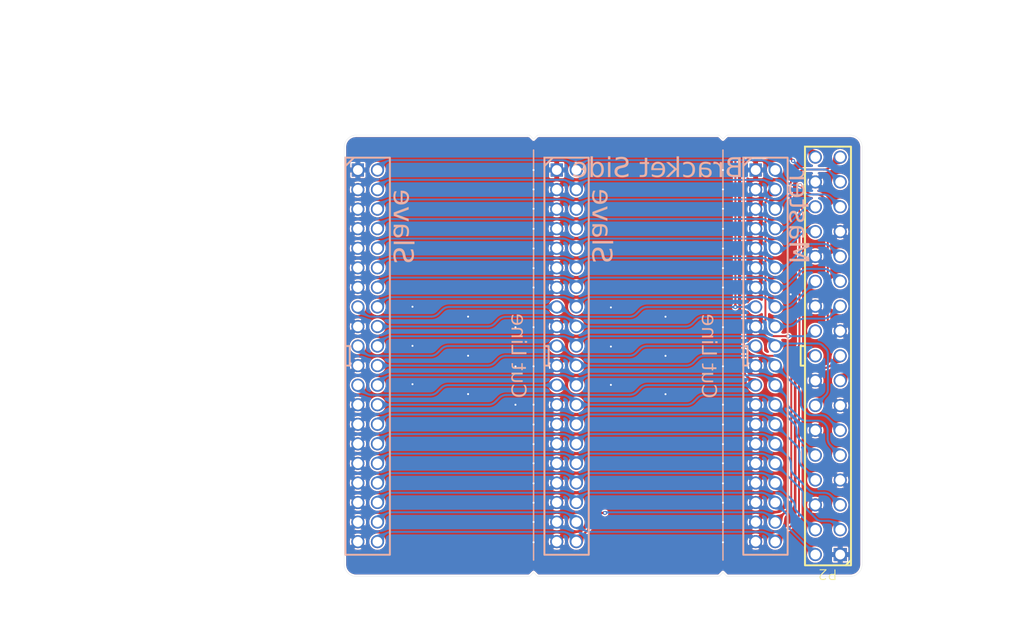
<source format=kicad_pcb>
(kicad_pcb (version 20240108) (generator "pcbnew") (generator_version "8.0")
  (title_block (title "Quantum3D Obsidian2 Adaptive SLI Bridge") (date "2024-11-07") (rev "1.0") (company "Jeff Chen"))
  (layers (0 "F.Cu" signal) (31 "B.Cu" signal) (34 "B.Paste" user) (35 "F.Paste" user) (36 "B.SilkS" user "B.Silkscreen") (37 "F.SilkS" user "F.Silkscreen") (38 "B.Mask" user) (39 "F.Mask" user) (44 "Edge.Cuts" user))
  (net 0 "")
  (net 1 "GND")
  (net 2 "/VD_186")
  (net 3 "/P6")
  (net 4 "/P9")
  (net 5 "/VD_201")
  (net 6 "/P11")
  (net 7 "/P5")
  (net 8 "/P3")
  (net 9 "/VD_214")
  (net 10 "/P13")
  (net 11 "/P1")
  (net 12 "/P0")
  (net 13 "/P15")
  (net 14 "/P14")
  (net 15 "/VD_184")
  (net 16 "/P10")
  (net 17 "/P8")
  (net 18 "/P4")
  (net 19 "/P7")
  (net 20 "/VD_185")
  (net 21 "/VD_VSync")
  (net 22 "/P2")
  (net 23 "/P12")
  (net 24 "/VD_HSync")
  (footprint "Quantum3D Voodoo2:Reference_SLI_Male" (layer "F.Cu") (at 169.31 121.06 -90)
    (property "Reference" "P2")
    (property "Value" "Reference SLI Male")
  )
  (footprint "Quantum3D Voodoo2:Quantum3D_SLI_JP2_Female" (layer "B.Cu") (at 140.35 81.74 -90)
    (property "Reference" "P3" (hide yes))
    (property "Value" "Quantum3D SLI Port 2")
  )
  (footprint "Quantum3D Voodoo2:Quantum3D_SLI_JP2_Female" (layer "B.Cu") (at 160.67 81.74 -90)
    (property "Reference" "P1" (hide yes))
    (property "Value" "Quantum3D SLI Port 1")
  )
  (footprint "Quantum3D Voodoo2:Quantum3D_SLI_JP2_Female" (layer "B.Cu") (at 120.03 81.74 -90)
    (property "Reference" "P4" (hide yes))
    (property "Value" "Quantum3D SLI Port 3")
  )
  (gr_line (start 157.33 79.6975) (end 157.33 121.6225) (stroke (width 0.15)) (layer "B.SilkS"))
  (gr_rect (start 159.407807 99.735541) (end 159.844751 101.735541) (stroke (width 0.2)) (fill none) (layer "B.SilkS"))
  (gr_line (start 137.98 79.6975) (end 137.98 121.6225) (stroke (width 0.15)) (layer "B.SilkS"))
  (gr_rect (start 139.086702 99.739242) (end 139.523646 101.739242) (stroke (width 0.2)) (fill none) (layer "B.SilkS"))
  (gr_rect (start 118.766343 99.739539) (end 119.203912 101.739539) (stroke (width 0.2)) (fill none) (layer "B.SilkS"))
  (gr_rect (start 165.273056 99.74) (end 165.71 101.74) (stroke (width 0.2)) (fill none) (layer "F.SilkS"))
  (gr_line (start 171.55 122.09) (end 171.55 79.38) (stroke (width 0.02)) (layer "Edge.Cuts"))
  (gr_line (start 156.94 78.18) (end 138.37 78.18) (stroke (width 0.02)) (layer "Edge.Cuts"))
  (gr_line (start 119.84 78.18) (end 137.59 78.18) (stroke (width 0.02)) (layer "Edge.Cuts"))
  (gr_line (start 137.98 78.57) (end 138.37 78.18) (stroke (width 0.02)) (layer "Edge.Cuts"))
  (gr_line (start 157.33 78.57) (end 157.72 78.18) (stroke (width 0.02)) (layer "Edge.Cuts"))
  (gr_line (start 137.979972 122.899753) (end 138.369972 123.289753) (stroke (width 0.02)) (layer "Edge.Cuts"))
  (gr_line (start 156.94 123.289753) (end 138.37 123.289753) (stroke (width 0.02)) (layer "Edge.Cuts"))
  (gr_line (start 157.72 78.18) (end 170.35 78.18) (stroke (width 0.02)) (layer "Edge.Cuts"))
  (gr_arc (start 119.839716 123.289716) (mid 118.991344 122.938346) (end 118.64 122.09) (stroke (width 0.02)) (layer "Edge.Cuts"))
  (gr_line (start 157.33 78.57) (end 156.94 78.18) (stroke (width 0.02)) (layer "Edge.Cuts"))
  (gr_arc (start 171.549972 122.090037) (mid 171.198588 122.938369) (end 170.350256 123.289753) (stroke (width 0.02)) (layer "Edge.Cuts"))
  (gr_line (start 157.329972 122.899753) (end 157.719972 123.289753) (stroke (width 0.02)) (layer "Edge.Cuts"))
  (gr_line (start 137.98 78.57) (end 137.590011 78.180011) (stroke (width 0.02)) (layer "Edge.Cuts"))
  (gr_arc (start 118.64 79.379716) (mid 118.991384 78.531384) (end 119.839716 78.18) (stroke (width 0.02)) (layer "Edge.Cuts"))
  (gr_arc (start 170.350284 78.18) (mid 171.198616 78.531384) (end 171.55 79.379716) (stroke (width 0.02)) (layer "Edge.Cuts"))
  (gr_line (start 157.329972 122.899753) (end 156.939972 123.289753) (stroke (width 0.02)) (layer "Edge.Cuts"))
  (gr_line (start 119.839972 123.289753) (end 137.59 123.289753) (stroke (width 0.02)) (layer "Edge.Cuts"))
  (gr_line (start 118.64 122.09) (end 118.64 79.38) (stroke (width 0.02)) (layer "Edge.Cuts"))
  (gr_line (start 157.72 123.289753) (end 170.349972 123.289753) (stroke (width 0.02)) (layer "Edge.Cuts"))
  (gr_line (start 137.979972 122.899753) (end 137.589972 123.289753) (stroke (width 0.02)) (layer "Edge.Cuts"))
  (gr_text "Slave" (at 123.35 91.35 -90) (layer "B.SilkS") (effects (font (size 2 2) (thickness 0.152)) (justify left bottom mirror)))
  (gr_text "Cut Line" (at 154.93 100.76 270) (layer "B.SilkS") (effects (font (size 1.5 1.5) (thickness 0.152)) (justify bottom mirror)))
  (gr_text "Bracket Side" (at 150.62 82.8 0) (layer "B.SilkS") (effects (font (size 2 2) (thickness 0.152)) (justify bottom mirror)))
  (gr_text "Cut Line" (at 135.47 100.73 270) (layer "B.SilkS") (effects (font (size 1.5 1.5) (thickness 0.152)) (justify bottom mirror)))
  (gr_text "Slave" (at 143.65 91.29 -90) (layer "B.SilkS") (effects (font (size 2 2) (thickness 0.152)) (justify left bottom mirror)))
  (gr_text "Master" (at 163.77 91.35 -90) (layer "B.SilkS") (effects (font (size 2 2) (thickness 0.152)) (justify left bottom mirror)))
  (via (at 137.98 81.74) (size 0.4) (drill 0.2) (layers "F.Cu" "B.Cu") (net 1))
  (via (at 157.33 111.73) (size 0.4) (drill 0.2) (layers "F.Cu" "B.Cu") (net 1))
  (via (at 137.98 91.77) (size 0.4) (drill 0.2) (layers "F.Cu" "B.Cu") (net 1))
  (via (at 157.33 81.74) (size 0.4) (drill 0.2) (layers "F.Cu" "B.Cu") (net 1))
  (via (at 136.13 105.74) (size 0.4) (drill 0.2) (layers "F.Cu" "B.Cu") (net 1))
  (via (at 145.88 95.79) (size 0.4) (drill 0.2) (layers "F.Cu" "B.Cu") (net 1))
  (via (at 157.33 113.78) (size 0.4) (drill 0.2) (layers "F.Cu" "B.Cu") (net 1))
  (via (at 125.61 99.72) (size 0.4) (drill 0.2) (layers "F.Cu" "B.Cu") (net 1))
  (via (at 157.33 119.8) (size 0.4) (drill 0.2) (layers "F.Cu" "B.Cu") (net 1))
  (via (at 137.98 111.73) (size 0.4) (drill 0.2) (layers "F.Cu" "B.Cu") (net 1))
  (via (at 145.88 99.79) (size 0.4) (drill 0.2) (layers "F.Cu" "B.Cu") (net 1))
  (via (at 131.29 104.65) (size 0.4) (drill 0.2) (layers "F.Cu" "B.Cu") (net 1))
  (via (at 137.98 87.75) (size 0.4) (drill 0.2) (layers "F.Cu" "B.Cu") (net 1))
  (via (at 131.29 100.73) (size 0.4) (drill 0.2) (layers "F.Cu" "B.Cu") (net 1))
  (via (at 137.98 119.8) (size 0.4) (drill 0.2) (layers "F.Cu" "B.Cu") (net 1))
  (via (at 137.98 115.76) (size 0.4) (drill 0.2) (layers "F.Cu" "B.Cu") (net 1))
  (via (at 125.61 103.64) (size 0.4) (drill 0.2) (layers "F.Cu" "B.Cu") (net 1))
  (via (at 157.33 97.81) (size 0.4) (drill 0.2) (layers "F.Cu" "B.Cu") (net 1))
  (via (at 157.33 83.72) (size 0.4) (drill 0.2) (layers "F.Cu" "B.Cu") (net 1))
  (via (at 131.29 96.73) (size 0.4) (drill 0.2) (layers "F.Cu" "B.Cu") (net 1))
  (via (at 157.33 93.75) (size 0.4) (drill 0.2) (layers "F.Cu" "B.Cu") (net 1))
  (via (at 137.98 117.73) (size 0.4) (drill 0.2) (layers "F.Cu" "B.Cu") (net 1))
  (via (at 157.33 87.75) (size 0.4) (drill 0.2) (layers "F.Cu" "B.Cu") (net 1))
  (via (at 125.61 95.72) (size 0.4) (drill 0.2) (layers "F.Cu" "B.Cu") (net 1))
  (via (at 151.46 100.74) (size 0.4) (drill 0.2) (layers "F.Cu" "B.Cu") (net 1))
  (via (at 151.46 96.74) (size 0.4) (drill 0.2) (layers "F.Cu" "B.Cu") (net 1))
  (via (at 157.33 109.77) (size 0.4) (drill 0.2) (layers "F.Cu" "B.Cu") (net 1))
  (via (at 137.98 93.75) (size 0.4) (drill 0.2) (layers "F.Cu" "B.Cu") (net 1))
  (via (at 157.33 105.73) (size 0.4) (drill 0.2) (layers "F.Cu" "B.Cu") (net 1))
  (via (at 145.88 103.71) (size 0.4) (drill 0.2) (layers "F.Cu" "B.Cu") (net 1))
  (via (at 157.33 101.81) (size 0.4) (drill 0.2) (layers "F.Cu" "B.Cu") (net 1))
  (via (at 136.13 101.82) (size 0.4) (drill 0.2) (layers "F.Cu" "B.Cu") (net 1))
  (via (at 157.33 107.76) (size 0.4) (drill 0.2) (layers "F.Cu" "B.Cu") (net 1))
  (via (at 151.46 104.66) (size 0.4) (drill 0.2) (layers "F.Cu" "B.Cu") (net 1))
  (via (at 157.33 85.7) (size 0.4) (drill 0.2) (layers "F.Cu" "B.Cu") (net 1))
  (via (at 137.98 105.73) (size 0.4) (drill 0.2) (layers "F.Cu" "B.Cu") (net 1))
  (via (at 137.98 97.81) (size 0.4) (drill 0.2) (layers "F.Cu" "B.Cu") (net 1))
  (via (at 157.33 89.76) (size 0.4) (drill 0.2) (layers "F.Cu" "B.Cu") (net 1))
  (via (at 137.98 101.81) (size 0.4) (drill 0.2) (layers "F.Cu" "B.Cu") (net 1))
  (via (at 137.98 113.78) (size 0.4) (drill 0.2) (layers "F.Cu" "B.Cu") (net 1))
  (via (at 137.98 85.7) (size 0.4) (drill 0.2) (layers "F.Cu" "B.Cu") (net 1))
  (via (at 137.98 83.72) (size 0.4) (drill 0.2) (layers "F.Cu" "B.Cu") (net 1))
  (via (at 136.13 97.82) (size 0.4) (drill 0.2) (layers "F.Cu" "B.Cu") (net 1))
  (via (at 157.33 117.73) (size 0.4) (drill 0.2) (layers "F.Cu" "B.Cu") (net 1))
  (via (at 157.33 91.77) (size 0.4) (drill 0.2) (layers "F.Cu" "B.Cu") (net 1))
  (via (at 137.98 107.76) (size 0.4) (drill 0.2) (layers "F.Cu" "B.Cu") (net 1))
  (via (at 137.98 109.77) (size 0.4) (drill 0.2) (layers "F.Cu" "B.Cu") (net 1))
  (via (at 157.33 115.76) (size 0.4) (drill 0.2) (layers "F.Cu" "B.Cu") (net 1))
  (via (at 137.98 89.76) (size 0.4) (drill 0.2) (layers "F.Cu" "B.Cu") (net 1))
  (via (at 164.25 94.45) (size 0.4) (drill 0.2) (layers "F.Cu" "B.Cu") (net 1))
  (segment (start 164.017107 116.392893) (end 162.67 117.74) (width 0.2) (layer "F.Cu") (net 2))
  (segment (start 164.31 102.324214) (end 164.31 115.685786) (width 0.2) (layer "F.Cu") (net 2))
  (segment (start 165.187107 101.032893) (end 164.602893 101.617107) (width 0.2) (layer "F.Cu") (net 2))
  (segment (start 145.27 116.805) (end 145.27 116.82) (width 0.2) (layer "F.Cu") (net 2))
  (segment (start 166.77 100.74) (end 165.894214 100.74) (width 0.2) (layer "F.Cu") (net 2))
  (segment (start 143.97967 117.28033) (end 144.23533 117.02467) (width 0.2) (layer "F.Cu") (net 2))
  (segment (start 143.76 118.01934) (end 143.76 117.81066) (width 0.2) (layer "F.Cu") (net 2))
  (segment (start 142.35 119.74) (end 143.54033 118.54967) (width 0.2) (layer "F.Cu") (net 2))
  (segment (start 144.76566 116.805) (end 145.27 116.805) (width 0.2) (layer "F.Cu") (net 2))
  (via (at 145.27 116.805) (size 0.4) (drill 0.2) (layers "F.Cu" "B.Cu") (net 2))
  (arc (start 165.187107 101.032893) (mid 165.51153 100.81612) (end 165.894214 100.74) (width 0.2) (layer "F.Cu") (net 2))
  (arc (start 143.97967 117.28033) (mid 143.81709 117.523647) (end 143.76 117.81066) (width 0.2) (layer "F.Cu") (net 2))
  (arc (start 143.54033 118.54967) (mid 143.70291 118.306353) (end 143.76 118.01934) (width 0.2) (layer "F.Cu") (net 2))
  (arc (start 144.76566 116.805) (mid 144.478647 116.86209) (end 144.23533 117.02467) (width 0.2) (layer "F.Cu") (net 2))
  (arc (start 164.017107 116.392893) (mid 164.23388 116.06847) (end 164.31 115.685786) (width 0.2) (layer "F.Cu") (net 2))
  (arc (start 164.31 102.324214) (mid 164.38612 101.941531) (end 164.602893 101.617107) (width 0.2) (layer "F.Cu") (net 2))
  (segment (start 123.444214 118.74) (end 140.935786 118.74) (width 0.2) (layer "B.Cu") (net 2))
  (segment (start 141.642893 119.032893) (end 142.35 119.74) (width 0.2) (layer "B.Cu") (net 2))
  (segment (start 145.335 116.74) (end 161.255786 116.74) (width 0.2) (layer "B.Cu") (net 2))
  (segment (start 122.03 119.74) (end 122.737107 119.032893) (width 0.2) (layer "B.Cu") (net 2))
  (segment (start 145.27 116.805) (end 145.335 116.74) (width 0.2) (layer "B.Cu") (net 2))
  (segment (start 161.962893 117.032893) (end 162.67 117.74) (width 0.2) (layer "B.Cu") (net 2))
  (arc (start 140.935786 118.74) (mid 141.318469 118.81612) (end 141.642893 119.032893) (width 0.2) (layer "B.Cu") (net 2))
  (arc (start 161.255786 116.74) (mid 161.638469 116.81612) (end 161.962893 117.032893) (width 0.2) (layer "B.Cu") (net 2))
  (arc (start 123.444214 118.74) (mid 123.061531 118.81612) (end 122.737107 119.032893) (width 0.2) (layer "B.Cu") (net 2))
  (segment (start 141.642893 97.032893) (end 142.35 97.74) (width 0.2) (layer "B.Cu") (net 3))
  (segment (start 154.222893 97.447107) (end 154.637107 97.032893) (width 0.2) (layer "B.Cu") (net 3))
  (segment (start 164.732893 97.447107) (end 164.957107 97.222893) (width 0.2) (layer "B.Cu") (net 3))
  (segment (start 122.03 97.74) (end 133.295786 97.74) (width 0.2) (layer "B.Cu") (net 3))
  (segment (start 168.332893 96.637107) (end 169.31 95.66) (width 0.2) (layer "B.Cu") (net 3))
  (segment (start 161.962893 97.032893) (end 162.67 97.74) (width 0.2) (layer "B.Cu") (net 3))
  (segment (start 165.664214 96.93) (end 167.625786 96.93) (width 0.2) (layer "B.Cu") (net 3))
  (segment (start 155.344214 96.74) (end 161.255786 96.74) (width 0.2) (layer "B.Cu") (net 3))
  (segment (start 134.002893 97.447107) (end 134.417107 97.032893) (width 0.2) (layer "B.Cu") (net 3))
  (segment (start 142.35 97.74) (end 153.515786 97.74) (width 0.2) (layer "B.Cu") (net 3))
  (segment (start 162.67 97.74) (end 164.025786 97.74) (width 0.2) (layer "B.Cu") (net 3))
  (segment (start 135.124214 96.74) (end 140.935786 96.74) (width 0.2) (layer "B.Cu") (net 3))
  (arc (start 161.962893 97.032893) (mid 161.63847 96.81612) (end 161.255786 96.74) (width 0.2) (layer "B.Cu") (net 3))
  (arc (start 134.417107 97.032893) (mid 134.74153 96.81612) (end 135.124214 96.74) (width 0.2) (layer "B.Cu") (net 3))
  (arc (start 141.642893 97.032893) (mid 141.31847 96.81612) (end 140.935786 96.74) (width 0.2) (layer "B.Cu") (net 3))
  (arc (start 154.637107 97.032893) (mid 154.96153 96.81612) (end 155.344214 96.74) (width 0.2) (layer "B.Cu") (net 3))
  (arc (start 164.732893 97.447107) (mid 164.40847 97.66388) (end 164.025786 97.74) (width 0.2) (layer "B.Cu") (net 3))
  (arc (start 168.332893 96.637107) (mid 168.00847 96.85388) (end 167.625786 96.93) (width 0.2) (layer "B.Cu") (net 3))
  (arc (start 164.957107 97.222893) (mid 165.28153 97.00612) (end 165.664214 96.93) (width 0.2) (layer "B.Cu") (net 3))
  (arc (start 133.295786 97.74) (mid 133.678469 97.66388) (end 134.002893 97.447107) (width 0.2) (layer "B.Cu") (net 3))
  (arc (start 154.222893 97.447107) (mid 153.89847 97.66388) (end 153.515786 97.74) (width 0.2) (layer "B.Cu") (net 3))
  (segment (start 168.03 108.404214) (end 168.03 109.205786) (width 0.2) (layer "B.Cu") (net 4))
  (segment (start 141.642893 103.032893) (end 142.35 103.74) (width 0.2) (layer "B.Cu") (net 4))
  (segment (start 167.702893 107.662893) (end 167.737107 107.697107) (width 0.2) (layer "B.Cu") (net 4))
  (segment (start 122.03 103.74) (end 122.737107 103.032893) (width 0.2) (layer "B.Cu") (net 4))
  (segment (start 165.874214 107.37) (end 166.995786 107.37) (width 0.2) (layer "B.Cu") (net 4))
  (segment (start 168.322893 109.912893) (end 169.31 110.9) (width 0.2) (layer "B.Cu") (net 4))
  (segment (start 143.764214 102.74) (end 161.255786 102.74) (width 0.2) (layer "B.Cu") (net 4))
  (segment (start 162.67 103.74) (end 163.587107 104.657107) (width 0.2) (layer "B.Cu") (net 4))
  (segment (start 164.172893 106.082893) (end 165.167107 107.077107) (width 0.2) (layer "B.Cu") (net 4))
  (segment (start 163.88 105.364214) (end 163.88 105.375786) (width 0.2) (layer "B.Cu") (net 4))
  (segment (start 142.35 103.74) (end 143.057107 103.032893) (width 0.2) (layer "B.Cu") (net 4))
  (segment (start 161.962893 103.032893) (end 162.67 103.74) (width 0.2) (layer "B.Cu") (net 4))
  (segment (start 123.444214 102.74) (end 140.935786 102.74) (width 0.2) (layer "B.Cu") (net 4))
  (arc (start 164.172893 106.082893) (mid 163.95612 105.75847) (end 163.88 105.375786) (width 0.2) (layer "B.Cu") (net 4))
  (arc (start 143.764214 102.74) (mid 143.381531 102.81612) (end 143.057107 103.032893) (width 0.2) (layer "B.Cu") (net 4))
  (arc (start 168.03 108.404214) (mid 167.95388 108.021531) (end 167.737107 107.697107) (width 0.2) (layer "B.Cu") (net 4))
  (arc (start 141.642893 103.032893) (mid 141.31847 102.81612) (end 140.935786 102.74) (width 0.2) (layer "B.Cu") (net 4))
  (arc (start 167.702893 107.662893) (mid 167.37847 107.44612) (end 166.995786 107.37) (width 0.2) (layer "B.Cu") (net 4))
  (arc (start 165.874214 107.37) (mid 165.491531 107.29388) (end 165.167107 107.077107) (width 0.2) (layer "B.Cu") (net 4))
  (arc (start 122.737107 103.032893) (mid 123.06153 102.81612) (end 123.444214 102.74) (width 0.2) (layer "B.Cu") (net 4))
  (arc (start 168.03 109.205786) (mid 168.10612 109.588469) (end 168.322893 109.912893) (width 0.2) (layer "B.Cu") (net 4))
  (arc (start 161.255786 102.74) (mid 161.638469 102.81612) (end 161.962893 103.032893) (width 0.2) (layer "B.Cu") (net 4))
  (arc (start 163.587107 104.657107) (mid 163.80388 104.98153) (end 163.88 105.364214) (width 0.2) (layer "B.Cu") (net 4))
  (segment (start 169.535786 99.48) (end 169.214214 99.48) (width 0.2) (layer "F.Cu") (net 5))
  (segment (start 168.507107 99.187107) (end 168.332893 99.012893) (width 0.2) (layer "F.Cu") (net 5))
  (segment (start 166.895786 84.24) (end 166.574214 84.24) (width 0.2) (layer "F.Cu") (net 5))
  (segment (start 167.747107 84.677107) (end 167.602893 84.532893) (width 0.2) (layer "F.Cu") (net 5))
  (segment (start 165.867107 83.947107) (end 165.21 83.29) (width 0.2) (layer "F.Cu") (net 5))
  (segment (start 169.31 103.28) (end 170.367107 102.222893) (width 0.2) (layer "F.Cu") (net 5))
  (segment (start 170.367107 99.897107) (end 170.242893 99.772893) (width 0.2) (layer "F.Cu") (net 5))
  (segment (start 170.66 101.515786) (end 170.66 100.604214) (width 0.2) (layer "F.Cu") (net 5))
  (segment (start 168.04 98.305786) (end 168.04 85.384214) (width 0.2) (layer "F.Cu") (net 5))
  (via (at 165.21 83.29) (size 0.4) (drill 0.2) (layers "F.Cu" "B.Cu") (net 5))
  (arc (start 167.602893 84.532893) (mid 167.27847 84.31612) (end 166.895786 84.24) (width 0.2) (layer "F.Cu") (net 5))
  (arc (start 166.574214 84.24) (mid 166.191531 84.16388) (end 165.867107 83.947107) (width 0.2) (layer "F.Cu") (net 5))
  (arc (start 167.747107 84.677107) (mid 167.96388 85.00153) (end 168.04 85.384214) (width 0.2) (layer "F.Cu") (net 5))
  (arc (start 168.507107 99.187107) (mid 168.83153 99.40388) (end 169.214214 99.48) (width 0.2) (layer "F.Cu") (net 5))
  (arc (start 170.367107 99.897107) (mid 170.58388 100.22153) (end 170.66 100.604214) (width 0.2) (layer "F.Cu") (net 5))
  (arc (start 168.04 98.305786) (mid 168.11612 98.688469) (end 168.332893 99.012893) (width 0.2) (layer "F.Cu") (net 5))
  (arc (start 169.535786 99.48) (mid 169.918469 99.55612) (end 170.242893 99.772893) (width 0.2) (layer "F.Cu") (net 5))
  (arc (start 170.367107 102.222893) (mid 170.58388 101.89847) (end 170.66 101.515786) (width 0.2) (layer "F.Cu") (net 5))
  (segment (start 161.952893 81.022893) (end 162.67 81.74) (width 0.2) (layer "B.Cu") (net 5))
  (segment (start 143.774214 80.73) (end 161.245786 80.73) (width 0.2) (layer "B.Cu") (net 5))
  (segment (start 163.927107 82.997107) (end 162.67 81.74) (width 0.2) (layer "B.Cu") (net 5))
  (segment (start 123.454214 80.73) (end 140.925786 80.73) (width 0.2) (layer "B.Cu") (net 5))
  (segment (start 141.632893 81.022893) (end 142.35 81.74) (width 0.2) (layer "B.Cu") (net 5))
  (segment (start 165.21 83.29) (end 164.634214 83.29) (width 0.2) (layer "B.Cu") (net 5))
  (segment (start 142.35 81.74) (end 143.067107 81.022893) (width 0.2) (layer "B.Cu") (net 5))
  (segment (start 122.03 81.74) (end 122.747107 81.022893) (width 0.2) (layer "B.Cu") (net 5))
  (arc (start 163.927107 82.997107) (mid 164.25153 83.21388) (end 164.634214 83.29) (width 0.2) (layer "B.Cu") (net 5))
  (arc (start 143.774214 80.73) (mid 143.391531 80.80612) (end 143.067107 81.022893) (width 0.2) (layer "B.Cu") (net 5))
  (arc (start 123.454214 80.73) (mid 123.071531 80.80612) (end 122.747107 81.022893) (width 0.2) (layer "B.Cu") (net 5))
  (arc (start 161.952893 81.022893) (mid 161.62847 80.80612) (end 161.245786 80.73) (width 0.2) (layer "B.Cu") (net 5))
  (arc (start 141.632893 81.022893) (mid 141.30847 80.80612) (end 140.925786 80.73) (width 0.2) (layer "B.Cu") (net 5))
  (segment (start 143.764214 106.74) (end 161.255786 106.74) (width 0.2) (layer "B.Cu") (net 6))
  (segment (start 165.432893 112.102893) (end 166.77 113.44) (width 0.2) (layer "B.Cu") (net 6))
  (segment (start 165.14 110.624214) (end 165.14 111.395786) (width 0.2) (layer "B.Cu") (net 6))
  (segment (start 161.962893 107.032893) (end 162.67 107.74) (width 0.2) (layer "B.Cu") (net 6))
  (segment (start 141.642893 107.032893) (end 142.35 107.74) (width 0.2) (layer "B.Cu") (net 6))
  (segment (start 123.444214 106.74) (end 140.935786 106.74) (width 0.2) (layer "B.Cu") (net 6))
  (segment (start 122.03 107.74) (end 122.737107 107.032893) (width 0.2) (layer "B.Cu") (net 6))
  (segment (start 162.67 107.74) (end 164.847107 109.917107) (width 0.2) (layer "B.Cu") (net 6))
  (segment (start 142.35 107.74) (end 143.057107 107.032893) (width 0.2) (layer "B.Cu") (net 6))
  (arc (start 165.14 111.395786) (mid 165.21612 111.778469) (end 165.432893 112.102893) (width 0.2) (layer "B.Cu") (net 6))
  (arc (start 141.642893 107.032893) (mid 141.31847 106.81612) (end 140.935786 106.74) (width 0.2) (layer "B.Cu") (net 6))
  (arc (start 161.255786 106.74) (mid 161.638469 106.81612) (end 161.962893 107.032893) (width 0.2) (layer "B.Cu") (net 6))
  (arc (start 122.737107 107.032893) (mid 123.06153 106.81612) (end 123.444214 106.74) (width 0.2) (layer "B.Cu") (net 6))
  (arc (start 143.057107 107.032893) (mid 143.38153 106.81612) (end 143.764214 106.74) (width 0.2) (layer "B.Cu") (net 6))
  (arc (start 164.847107 109.917107) (mid 165.06388 110.24153) (end 165.14 110.624214) (width 0.2) (layer "B.Cu") (net 6))
  (segment (start 164.442893 95.447107) (end 166.77 93.12) (width 0.2) (layer "B.Cu") (net 7))
  (segment (start 122.03 95.74) (end 122.737107 95.032893) (width 0.2) (layer "B.Cu") (net 7))
  (segment (start 123.444214 94.74) (end 140.935786 94.74) (width 0.2) (layer "B.Cu") (net 7))
  (segment (start 162.67 95.74) (end 163.735786 95.74) (width 0.2) (layer "B.Cu") (net 7))
  (segment (start 143.764214 94.74) (end 161.255786 94.74) (width 0.2) (layer "B.Cu") (net 7))
  (segment (start 161.962893 95.032893) (end 162.67 95.74) (width 0.2) (layer "B.Cu") (net 7))
  (segment (start 141.642893 95.032893) (end 142.35 95.74) (width 0.2) (layer "B.Cu") (net 7))
  (segment (start 142.35 95.74) (end 143.057107 95.032893) (width 0.2) (layer "B.Cu") (net 7))
  (arc (start 164.442893 95.447107) (mid 164.11847 95.66388) (end 163.735786 95.74) (width 0.2) (layer "B.Cu") (net 7))
  (arc (start 143.764214 94.74) (mid 143.381531 94.81612) (end 143.057107 95.032893) (width 0.2) (layer "B.Cu") (net 7))
  (arc (start 161.255786 94.74) (mid 161.638469 94.81612) (end 161.962893 95.032893) (width 0.2) (layer "B.Cu") (net 7))
  (arc (start 122.737107 95.032893) (mid 123.06153 94.81612) (end 123.444214 94.74) (width 0.2) (layer "B.Cu") (net 7))
  (arc (start 140.935786 94.74) (mid 141.318469 94.81612) (end 141.642893 95.032893) (width 0.2) (layer "B.Cu") (net 7))
  (segment (start 123.444214 90.74) (end 140.935786 90.74) (width 0.2) (layer "B.Cu") (net 8))
  (segment (start 168.332893 89.602893) (end 169.31 90.58) (width 0.2) (layer "B.Cu") (net 8))
  (segment (start 163.822893 91.447107) (end 165.667107 89.602893) (width 0.2) (layer "B.Cu") (net 8))
  (segment (start 166.374214 89.31) (end 167.625786 89.31) (width 0.2) (layer "B.Cu") (net 8))
  (segment (start 162.67 91.74) (end 163.115786 91.74) (width 0.2) (layer "B.Cu") (net 8))
  (segment (start 141.642893 91.032893) (end 142.35 91.74) (width 0.2) (layer "B.Cu") (net 8))
  (segment (start 142.35 91.74) (end 143.057107 91.032893) (width 0.2) (layer "B.Cu") (net 8))
  (segment (start 161.962893 91.032893) (end 162.67 91.74) (width 0.2) (layer "B.Cu") (net 8))
  (segment (start 143.764214 90.74) (end 161.255786 90.74) (width 0.2) (layer "B.Cu") (net 8))
  (segment (start 122.03 91.74) (end 122.737107 91.032893) (width 0.2) (layer "B.Cu") (net 8))
  (arc (start 140.935786 90.74) (mid 141.318469 90.81612) (end 141.642893 91.032893) (width 0.2) (layer "B.Cu") (net 8))
  (arc (start 163.115786 91.74) (mid 163.498469 91.66388) (end 163.822893 91.447107) (width 0.2) (layer "B.Cu") (net 8))
  (arc (start 123.444214 90.74) (mid 123.061531 90.81612) (end 122.737107 91.032893) (width 0.2) (layer "B.Cu") (net 8))
  (arc (start 166.374214 89.31) (mid 165.991531 89.38612) (end 165.667107 89.602893) (width 0.2) (layer "B.Cu") (net 8))
  (arc (start 161.962893 91.032893) (mid 161.63847 90.81612) (end 161.255786 90.74) (width 0.2) (layer "B.Cu") (net 8))
  (arc (start 143.057107 91.032893) (mid 143.38153 90.81612) (end 143.764214 90.74) (width 0.2) (layer "B.Cu") (net 8))
  (arc (start 168.332893 89.602893) (mid 168.00847 89.38612) (end 167.625786 89.31) (width 0.2) (layer "B.Cu") (net 8))
  (segment (start 161.917107 98.437107) (end 161.88967 98.40967) (width 0.2) (layer "F.Cu") (net 9))
  (segment (start 161.67 97.87934) (end 161.67 85.154214) (width 0.2) (layer "F.Cu") (net 9))
  (segment (start 161.962893 84.447107) (end 162.67 83.74) (width 0.2) (layer "F.Cu") (net 9))
  (segment (start 164.01 98.73) (end 162.624214 98.73) (width 0.2) (layer "F.Cu") (net 9))
  (via (at 164.01 98.73) (size 0.4) (drill 0.2) (layers "F.Cu" "B.Cu") (net 9))
  (arc (start 162.624214 98.73) (mid 162.241531 98.65388) (end 161.917107 98.437107) (width 0.2) (layer "F.Cu") (net 9))
  (arc (start 161.67 85.154214) (mid 161.74612 84.771531) (end 161.962893 84.447107) (width 0.2) (layer "F.Cu") (net 9))
  (arc (start 161.88967 98.40967) (mid 161.72709 98.166353) (end 161.67 97.87934) (width 0.2) (layer "F.Cu") (net 9))
  (segment (start 166.532893 98.437107) (end 166.77 98.2) (width 0.2) (layer "B.Cu") (net 9))
  (segment (start 123.444214 82.74) (end 140.935786 82.74) (width 0.2) (layer "B.Cu") (net 9))
  (segment (start 143.764214 82.74) (end 161.255786 82.74) (width 0.2) (layer "B.Cu") (net 9))
  (segment (start 161.962893 83.032893) (end 162.67 83.74) (width 0.2) (layer "B.Cu") (net 9))
  (segment (start 141.642893 83.032893) (end 142.35 83.74) (width 0.2) (layer "B.Cu") (net 9))
  (segment (start 122.03 83.74) (end 122.737107 83.032893) (width 0.2) (layer "B.Cu") (net 9))
  (segment (start 142.35 83.74) (end 143.057107 83.032893) (width 0.2) (layer "B.Cu") (net 9))
  (segment (start 164.01 98.73) (end 165.825786 98.73) (width 0.2) (layer "B.Cu") (net 9))
  (arc (start 161.255786 82.74) (mid 161.638469 82.81612) (end 161.962893 83.032893) (width 0.2) (layer "B.Cu") (net 9))
  (arc (start 165.825786 98.73) (mid 166.208469 98.65388) (end 166.532893 98.437107) (width 0.2) (layer "B.Cu") (net 9))
  (arc (start 140.935786 82.74) (mid 141.318469 82.81612) (end 141.642893 83.032893) (width 0.2) (layer "B.Cu") (net 9))
  (arc (start 143.057107 83.032893) (mid 143.38153 82.81612) (end 143.764214 82.74) (width 0.2) (layer "B.Cu") (net 9))
  (arc (start 123.444214 82.74) (mid 123.061531 82.81612) (end 122.737107 83.032893) (width 0.2) (layer "B.Cu") (net 9))
  (segment (start 162.67 111.74) (end 165.31033 114.38033) (width 0.2) (layer "B.Cu") (net 10))
  (segment (start 123.444214 110.74) (end 140.935786 110.74) (width 0.2) (layer "B.Cu") (net 10))
  (segment (start 161.962893 111.032893) (end 162.67 111.74) (width 0.2) (layer "B.Cu") (net 10))
  (segment (start 142.35 111.74) (end 143.057107 111.032893) (width 0.2) (layer "B.Cu") (net 10))
  (segment (start 167.37066 117.62) (end 168.09934 117.62) (width 0.2) (layer "B.Cu") (net 10))
  (segment (start 141.642893 111.032893) (end 142.35 111.74) (width 0.2) (layer "B.Cu") (net 10))
  (segment (start 165.53 114.91066) (end 165.53 115.77934) (width 0.2) (layer "B.Cu") (net 10))
  (segment (start 122.03 111.74) (end 122.737107 111.032893) (width 0.2) (layer "B.Cu") (net 10))
  (segment (start 143.764214 110.74) (end 161.255786 110.74) (width 0.2) (layer "B.Cu") (net 10))
  (segment (start 168.62967 117.83967) (end 169.31 118.52) (width 0.2) (layer "B.Cu") (net 10))
  (segment (start 165.74967 116.30967) (end 166.84033 117.40033) (width 0.2) (layer "B.Cu") (net 10))
  (arc (start 143.764214 110.74) (mid 143.381531 110.81612) (end 143.057107 111.032893) (width 0.2) (layer "B.Cu") (net 10))
  (arc (start 161.255786 110.74) (mid 161.638469 110.81612) (end 161.962893 111.032893) (width 0.2) (layer "B.Cu") (net 10))
  (arc (start 166.84033 117.40033) (mid 167.083647 117.56291) (end 167.37066 117.62) (width 0.2) (layer "B.Cu") (net 10))
  (arc (start 165.74967 116.30967) (mid 165.58709 116.066353) (end 165.53 115.77934) (width 0.2) (layer "B.Cu") (net 10))
  (arc (start 122.737107 111.032893) (mid 123.06153 110.81612) (end 123.444214 110.74) (width 0.2) (layer "B.Cu") (net 10))
  (arc (start 141.642893 111.032893) (mid 141.31847 110.81612) (end 140.935786 110.74) (width 0.2) (layer "B.Cu") (net 10))
  (arc (start 165.31033 114.38033) (mid 165.47291 114.623647) (end 165.53 114.91066) (width 0.2) (layer "B.Cu") (net 10))
  (arc (start 168.09934 117.62) (mid 168.386353 117.67709) (end 168.62967 117.83967) (width 0.2) (layer "B.Cu") (net 10))
  (segment (start 162.67 87.74) (end 163.185786 87.74) (width 0.2) (layer "B.Cu") (net 11))
  (segment (start 161.972893 87.042893) (end 162.67 87.74) (width 0.2) (layer "B.Cu") (net 11))
  (segment (start 141.652893 87.042893) (end 142.35 87.74) (width 0.2) (layer "B.Cu") (net 11))
  (segment (start 163.892893 87.447107) (end 165.547107 85.792893) (width 0.2) (layer "B.Cu") (net 11))
  (segment (start 143.754214 86.75) (end 161.265786 86.75) (width 0.2) (layer "B.Cu") (net 11))
  (segment (start 122.03 87.74) (end 122.727107 87.042893) (width 0.2) (layer "B.Cu") (net 11))
  (segment (start 123.434214 86.75) (end 140.945786 86.75) (width 0.2) (layer "B.Cu") (net 11))
  (segment (start 166.254214 85.5) (end 166.77 85.5) (width 0.2) (layer "B.Cu") (net 11))
  (segment (start 142.35 87.74) (end 143.047107 87.042893) (width 0.2) (layer "B.Cu") (net 11))
  (arc (start 122.727107 87.042893) (mid 123.05153 86.82612) (end 123.434214 86.75) (width 0.2) (layer "B.Cu") (net 11))
  (arc (start 163.892893 87.447107) (mid 163.56847 87.66388) (end 163.185786 87.74) (width 0.2) (layer "B.Cu") (net 11))
  (arc (start 141.652893 87.042893) (mid 141.32847 86.82612) (end 140.945786 86.75) (width 0.2) (layer "B.Cu") (net 11))
  (arc (start 161.265786 86.75) (mid 161.648469 86.82612) (end 161.972893 87.042893) (width 0.2) (layer "B.Cu") (net 11))
  (arc (start 165.547107 85.792893) (mid 165.87153 85.57612) (end 166.254214 85.5) (width 0.2) (layer "B.Cu") (net 11))
  (arc (start 143.754214 86.75) (mid 143.371531 86.82612) (end 143.047107 87.042893) (width 0.2) (layer "B.Cu") (net 11))
  (segment (start 168.342893 84.532893) (end 169.31 85.5) (width 0.2) (layer "B.Cu") (net 12))
  (segment (start 164.584214 84.24) (end 167.635786 84.24) (width 0.2) (layer "B.Cu") (net 12))
  (segment (start 143.754214 84.75) (end 161.265786 84.75) (width 0.2) (layer "B.Cu") (net 12))
  (segment (start 142.35 85.74) (end 143.047107 85.042893) (width 0.2) (layer "B.Cu") (net 12))
  (segment (start 141.652893 85.042893) (end 142.35 85.74) (width 0.2) (layer "B.Cu") (net 12))
  (segment (start 162.67 85.74) (end 163.877107 84.532893) (width 0.2) (layer "B.Cu") (net 12))
  (segment (start 161.972893 85.042893) (end 162.67 85.74) (width 0.2) (layer "B.Cu") (net 12))
  (segment (start 123.434214 84.75) (end 140.945786 84.75) (width 0.2) (layer "B.Cu") (net 12))
  (segment (start 122.03 85.74) (end 122.727107 85.042893) (width 0.2) (layer "B.Cu") (net 12))
  (arc (start 143.754214 84.75) (mid 143.371531 84.82612) (end 143.047107 85.042893) (width 0.2) (layer "B.Cu") (net 12))
  (arc (start 123.434214 84.75) (mid 123.051531 84.82612) (end 122.727107 85.042893) (width 0.2) (layer "B.Cu") (net 12))
  (arc (start 164.584214 84.24) (mid 164.201531 84.31612) (end 163.877107 84.532893) (width 0.2) (layer "B.Cu") (net 12))
  (arc (start 168.342893 84.532893) (mid 168.01847 84.31612) (end 167.635786 84.24) (width 0.2) (layer "B.Cu") (net 12))
  (arc (start 161.265786 84.75) (mid 161.648469 84.82612) (end 161.972893 85.042893) (width 0.2) (layer "B.Cu") (net 12))
  (arc (start 141.652893 85.042893) (mid 141.32847 84.82612) (end 140.945786 84.75) (width 0.2) (layer "B.Cu") (net 12))
  (segment (start 142.35 115.74) (end 143.057107 115.032893) (width 0.2) (layer "B.Cu") (net 13))
  (segment (start 162.67 115.74) (end 163.73033 116.80033) (width 0.2) (layer "B.Cu") (net 13))
  (segment (start 163.95 117.33066) (end 163.95 117.92934) (width 0.2) (layer "B.Cu") (net 13))
  (segment (start 141.642893 115.032893) (end 142.35 115.74) (width 0.2) (layer "B.Cu") (net 13))
  (segment (start 161.962893 115.032893) (end 162.67 115.74) (width 0.2) (layer "B.Cu") (net 13))
  (segment (start 122.03 115.74) (end 122.737107 115.032893) (width 0.2) (layer "B.Cu") (net 13))
  (segment (start 143.764214 114.74) (end 161.255786 114.74) (width 0.2) (layer "B.Cu") (net 13))
  (segment (start 164.16967 118.45967) (end 166.77 121.06) (width 0.2) (layer "B.Cu") (net 13))
  (segment (start 123.444214 114.74) (end 140.935786 114.74) (width 0.2) (layer "B.Cu") (net 13))
  (arc (start 143.057107 115.032893) (mid 143.38153 114.81612) (end 143.764214 114.74) (width 0.2) (layer "B.Cu") (net 13))
  (arc (start 163.95 117.33066) (mid 163.89291 117.043647) (end 163.73033 116.80033) (width 0.2) (layer "B.Cu") (net 13))
  (arc (start 141.642893 115.032893) (mid 141.31847 114.81612) (end 140.935786 114.74) (width 0.2) (layer "B.Cu") (net 13))
  (arc (start 122.737107 115.032893) (mid 123.06153 114.81612) (end 123.444214 114.74) (width 0.2) (layer "B.Cu") (net 13))
  (arc (start 164.16967 118.45967) (mid 164.00709 118.216353) (end 163.95 117.92934) (width 0.2) (layer "B.Cu") (net 13))
  (arc (start 161.962893 115.032893) (mid 161.63847 114.81612) (end 161.255786 114.74) (width 0.2) (layer "B.Cu") (net 13))
  (segment (start 161.962893 113.032893) (end 162.67 113.74) (width 0.2) (layer "B.Cu") (net 14))
  (segment (start 122.03 113.74) (end 122.737107 113.032893) (width 0.2) (layer "B.Cu") (net 14))
  (segment (start 164.88967 116.63967) (end 166.77 118.52) (width 0.2) (layer "B.Cu") (net 14))
  (segment (start 162.67 113.74) (end 164.45033 115.52033) (width 0.2) (layer "B.Cu") (net 14))
  (segment (start 123.444214 112.74) (end 140.935786 112.74) (width 0.2) (layer "B.Cu") (net 14))
  (segment (start 142.35 113.74) (end 143.057107 113.032893) (width 0.2) (layer "B.Cu") (net 14))
  (segment (start 143.764214 112.74) (end 161.255786 112.74) (width 0.2) (layer "B.Cu") (net 14))
  (segment (start 164.67 116.05066) (end 164.67 116.10934) (width 0.2) (layer "B.Cu") (net 14))
  (segment (start 141.642893 113.032893) (end 142.35 113.74) (width 0.2) (layer "B.Cu") (net 14))
  (arc (start 140.935786 112.74) (mid 141.318469 112.81612) (end 141.642893 113.032893) (width 0.2) (layer "B.Cu") (net 14))
  (arc (start 143.057107 113.032893) (mid 143.38153 112.81612) (end 143.764214 112.74) (width 0.2) (layer "B.Cu") (net 14))
  (arc (start 164.67 116.10934) (mid 164.72709 116.396353) (end 164.88967 116.63967) (width 0.2) (layer "B.Cu") (net 14))
  (arc (start 161.962893 113.032893) (mid 161.63847 112.81612) (end 161.255786 112.74) (width 0.2) (layer "B.Cu") (net 14))
  (arc (start 164.45033 115.52033) (mid 164.61291 115.763647) (end 164.67 116.05066) (width 0.2) (layer "B.Cu") (net 14))
  (arc (start 122.737107 113.032893) (mid 123.06153 112.81612) (end 123.444214 112.74) (width 0.2) (layer "B.Cu") (net 14))
  (segment (start 166.242893 79.892893) (end 166.77 80.42) (width 0.2) (layer "F.Cu") (net 15))
  (segment (start 158.59 95.75) (end 158.6 95.74) (width 0.2) (layer "F.Cu") (net 15))
  (segment (start 158.6 95.74) (end 158.6 80.864214) (width 0.2) (layer "F.Cu") (net 15))
  (segment (start 158.892893 80.157107) (end 159.157107 79.892893) (width 0.2) (layer "F.Cu") (net 15))
  (segment (start 159.864214 79.6) (end 165.535786 79.6) (width 0.2) (layer "F.Cu") (net 15))
  (via (at 158.59 95.75) (size 0.4) (drill 0.2) (layers "F.Cu" "B.Cu") (net 15))
  (arc (start 158.6 80.864214) (mid 158.67612 80.48153) (end 158.892893 80.157107) (width 0.2) (layer "F.Cu") (net 15))
  (arc (start 165.535786 79.6) (mid 165.918469 79.67612) (end 166.242893 79.892893) (width 0.2) (layer "F.Cu") (net 15))
  (arc (start 159.157107 79.892893) (mid 159.48153 79.67612) (end 159.864214 79.6) (width 0.2) (layer "F.Cu") (net 15))
  (segment (start 147.795786 96.74) (end 142.284214 96.74) (width 0.2) (layer "B.Cu") (net 15))
  (segment (start 158.59 95.75) (end 157.83 95.75) (width 0.2) (layer "B.Cu") (net 15))
  (segment (start 148.907107 96.042893) (end 148.502893 96.447107) (width 0.2) (layer "B.Cu") (net 15))
  (segment (start 129.364214 95.74) (end 138.48 95.74) (width 0.2) (layer "B.Cu") (net 15))
  (segment (start 128.252893 96.437107) (end 128.657107 96.032893) (width 0.2) (layer "B.Cu") (net 15))
  (segment (start 158.6 95.74) (end 160.67 95.74) (width 0.2) (layer "B.Cu") (net 15))
  (segment (start 141.577107 96.447107) (end 141.162893 96.032893) (width 0.2) (layer "B.Cu") (net 15))
  (segment (start 158.59 95.75) (end 158.6 95.74) (width 0.2) (layer "B.Cu") (net 15))
  (segment (start 140.455786 95.74) (end 140.35 95.74) (width 0.2) (layer "B.Cu") (net 15))
  (segment (start 138.48 95.74) (end 140.35 95.74) (width 0.2) (layer "B.Cu") (net 15))
  (segment (start 120.03 95.74) (end 120.727107 96.437107) (width 0.2) (layer "B.Cu") (net 15))
  (segment (start 157.83 95.75) (end 149.614214 95.75) (width 0.2) (layer "B.Cu") (net 15))
  (segment (start 121.434214 96.73) (end 127.545786 96.73) (width 0.2) (layer "B.Cu") (net 15))
  (arc (start 128.252893 96.437107) (mid 127.92847 96.65388) (end 127.545786 96.73) (width 0.2) (layer "B.Cu") (net 15))
  (arc (start 142.284214 96.74) (mid 141.90153 96.66388) (end 141.577107 96.447107) (width 0.2) (layer "B.Cu") (net 15))
  (arc (start 129.364214 95.74) (mid 128.981531 95.81612) (end 128.657107 96.032893) (width 0.2) (layer "B.Cu") (net 15))
  (arc (start 141.162893 96.032893) (mid 140.83847 95.81612) (end 140.455786 95.74) (width 0.2) (layer "B.Cu") (net 15))
  (arc (start 120.727107 96.437107) (mid 121.05153 96.65388) (end 121.434214 96.73) (width 0.2) (layer "B.Cu") (net 15))
  (arc (start 148.502893 96.447107) (mid 148.17847 96.66388) (end 147.795786 96.74) (width 0.2) (layer "B.Cu") (net 15))
  (arc (start 149.614214 95.75) (mid 149.23153 95.82612) (end 148.907107 96.042893) (width 0.2) (layer "B.Cu") (net 15))
  (segment (start 135.194214 104.74) (end 140.935786 104.74) (width 0.2) (layer "B.Cu") (net 16))
  (segment (start 161.962893 105.032893) (end 162.67 105.74) (width 0.2) (layer "B.Cu") (net 16))
  (segment (start 165.142893 109.272893) (end 166.77 110.9) (width 0.2) (layer "B.Cu") (net 16))
  (segment (start 164.85 108.334214) (end 164.85 108.565786) (width 0.2) (layer "B.Cu") (net 16))
  (segment (start 141.642893 105.032893) (end 142.35 105.74) (width 0.2) (layer "B.Cu") (net 16))
  (segment (start 154.332893 105.447107) (end 154.747107 105.032893) (width 0.2) (layer "B.Cu") (net 16))
  (segment (start 134.072893 105.447107) (end 134.487107 105.032893) (width 0.2) (layer "B.Cu") (net 16))
  (segment (start 155.454214 104.74) (end 161.255786 104.74) (width 0.2) (layer "B.Cu") (net 16))
  (segment (start 122.03 105.74) (end 133.365786 105.74) (width 0.2) (layer "B.Cu") (net 16))
  (segment (start 142.35 105.74) (end 153.625786 105.74) (width 0.2) (layer "B.Cu") (net 16))
  (segment (start 162.67 105.74) (end 164.557107 107.627107) (width 0.2) (layer "B.Cu") (net 16))
  (arc (start 164.85 108.334214) (mid 164.77388 107.951531) (end 164.557107 107.627107) (width 0.2) (layer "B.Cu") (net 16))
  (arc (start 161.962893 105.032893) (mid 161.63847 104.81612) (end 161.255786 104.74) (width 0.2) (layer "B.Cu") (net 16))
  (arc (start 154.747107 105.032893) (mid 155.07153 104.81612) (end 155.454214 104.74) (width 0.2) (layer "B.Cu") (net 16))
  (arc (start 140.935786 104.74) (mid 141.318469 104.81612) (end 141.642893 105.032893) (width 0.2) (layer "B.Cu") (net 16))
  (arc (start 134.072893 105.447107) (mid 133.74847 105.66388) (end 133.365786 105.74) (width 0.2) (layer "B.Cu") (net 16))
  (arc (start 165.142893 109.272893) (mid 164.92612 108.94847) (end 164.85 108.565786) (width 0.2) (layer "B.Cu") (net 16))
  (arc (start 135.194214 104.74) (mid 134.811531 104.81612) (end 134.487107 105.032893) (width 0.2) (layer "B.Cu") (net 16))
  (arc (start 154.332893 105.447107) (mid 154.00847 105.66388) (end 153.625786 105.74) (width 0.2) (layer "B.Cu") (net 16))
  (segment (start 165.572893 106.292893) (end 165.797107 106.517107) (width 0.2) (layer "B.Cu") (net 17))
  (segment (start 141.642893 101.032893) (end 142.35 101.74) (width 0.2) (layer "B.Cu") (net 17))
  (segment (start 135.124214 100.74) (end 140.935786 100.74) (width 0.2) (layer "B.Cu") (net 17))
  (segment (start 154.302893 101.447107) (end 154.717107 101.032893) (width 0.2) (layer "B.Cu") (net 17))
  (segment (start 165.28 104.764214) (end 165.28 105.585786) (width 0.2) (layer "B.Cu") (net 17))
  (segment (start 142.35 101.74) (end 153.595786 101.74) (width 0.2) (layer "B.Cu") (net 17))
  (segment (start 166.504214 106.81) (end 167.345786 106.81) (width 0.2) (layer "B.Cu") (net 17))
  (segment (start 134.002893 101.447107) (end 134.417107 101.032893) (width 0.2) (layer "B.Cu") (net 17))
  (segment (start 155.424214 100.74) (end 161.255786 100.74) (width 0.2) (layer "B.Cu") (net 17))
  (segment (start 161.962893 101.032893) (end 162.67 101.74) (width 0.2) (layer "B.Cu") (net 17))
  (segment (start 168.052893 107.102893) (end 169.31 108.36) (width 0.2) (layer "B.Cu") (net 17))
  (segment (start 122.03 101.74) (end 133.295786 101.74) (width 0.2) (layer "B.Cu") (net 17))
  (segment (start 162.67 101.74) (end 164.987107 104.057107) (width 0.2) (layer "B.Cu") (net 17))
  (arc (start 165.572893 106.292893) (mid 165.35612 105.96847) (end 165.28 105.585786) (width 0.2) (layer "B.Cu") (net 17))
  (arc (start 154.302893 101.447107) (mid 153.97847 101.66388) (end 153.595786 101.74) (width 0.2) (layer "B.Cu") (net 17))
  (arc (start 165.797107 106.517107) (mid 166.12153 106.73388) (end 166.504214 106.81) (width 0.2) (layer "B.Cu") (net 17))
  (arc (start 167.345786 106.81) (mid 167.728469 106.88612) (end 168.052893 107.102893) (width 0.2) (layer "B.Cu") (net 17))
  (arc (start 165.28 104.764214) (mid 165.20388 104.381531) (end 164.987107 104.057107) (width 0.2) (layer "B.Cu") (net 17))
  (arc (start 134.002893 101.447107) (mid 133.67847 101.66388) (end 133.295786 101.74) (width 0.2) (layer "B.Cu") (net 17))
  (arc (start 141.642893 101.032893) (mid 141.31847 100.81612) (end 140.935786 100.74) (width 0.2) (layer "B.Cu") (net 17))
  (arc (start 161.255786 100.74) (mid 161.638469 100.81612) (end 161.962893 101.032893) (width 0.2) (layer "B.Cu") (net 17))
  (arc (start 154.717107 101.032893) (mid 155.04153 100.81612) (end 155.424214 100.74) (width 0.2) (layer "B.Cu") (net 17))
  (arc (start 135.124214 100.74) (mid 134.741531 100.81612) (end 134.417107 101.032893) (width 0.2) (layer "B.Cu") (net 17))
  (segment (start 165.984214 91.85) (end 167.625786 91.85) (width 0.2) (layer "B.Cu") (net 18))
  (segment (start 162.67 93.74) (end 163.265786 93.74) (width 0.2) (layer "B.Cu") (net 18))
  (segment (start 161.962893 93.032893) (end 162.67 93.74) (width 0.2) (layer "B.Cu") (net 18))
  (segment (start 141.642893 93.032893) (end 142.35 93.74) (width 0.2) (layer "B.Cu") (net 18))
  (segment (start 122.03 93.74) (end 122.737107 93.032893) (width 0.2) (layer "B.Cu") (net 18))
  (segment (start 163.972893 93.447107) (end 165.277107 92.142893) (width 0.2) (layer "B.Cu") (net 18))
  (segment (start 168.332893 92.142893) (end 169.31 93.12) (width 0.2) (layer "B.Cu") (net 18))
  (segment (start 143.764214 92.74) (end 161.255786 92.74) (width 0.2) (layer "B.Cu") (net 18))
  (segment (start 142.35 93.74) (end 143.057107 93.032893) (width 0.2) (layer "B.Cu") (net 18))
  (segment (start 123.444214 92.74) (end 140.935786 92.74) (width 0.2) (layer "B.Cu") (net 18))
  (arc (start 165.984214 91.85) (mid 165.601531 91.92612) (end 165.277107 92.142893) (width 0.2) (layer "B.Cu") (net 18))
  (arc (start 163.265786 93.74) (mid 163.648469 93.66388) (end 163.972893 93.447107) (width 0.2) (layer "B.Cu") (net 18))
  (arc (start 167.625786 91.85) (mid 168.008469 91.92612) (end 168.332893 92.142893) (width 0.2) (layer "B.Cu") (net 18))
  (arc (start 141.642893 93.032893) (mid 141.31847 92.81612) (end 140.935786 92.74) (width 0.2) (layer "B.Cu") (net 18))
  (arc (start 143.764214 92.74) (mid 143.381531 92.81612) (end 143.057107 93.032893) (width 0.2) (layer "B.Cu") (net 18))
  (arc (start 122.737107 93.032893) (mid 123.06153 92.81612) (end 123.444214 92.74) (width 0.2) (layer "B.Cu") (net 18))
  (arc (start 161.962893 93.032893) (mid 161.63847 92.81612) (end 161.255786 92.74) (width 0.2) (layer "B.Cu") (net 18))
  (segment (start 122.03 99.74) (end 122.737107 99.032893) (width 0.2) (layer "B.Cu") (net 19))
  (segment (start 123.444214 98.74) (end 140.935786 98.74) (width 0.2) (layer "B.Cu") (net 19))
  (segment (start 161.962893 99.032893) (end 162.67 99.74) (width 0.2) (layer "B.Cu") (net 19))
  (segment (start 143.764214 98.74) (end 161.255786 98.74) (width 0.2) (layer "B.Cu") (net 19))
  (segment (start 167.51967 99.69967) (end 167.83033 100.01033) (width 0.2) (layer "B.Cu") (net 19))
  (segment (start 163.24066 99.48) (end 166.98934 99.48) (width 0.2) (layer "B.Cu") (net 19))
  (segment (start 141.642893 99.032893) (end 142.35 99.74) (width 0.2) (layer "B.Cu") (net 19))
  (segment (start 168.05 100.54066) (end 168.05 104.22934) (width 0.2) (layer "B.Cu") (net 19))
  (segment (start 142.35 99.74) (end 143.057107 99.032893) (width 0.2) (layer "B.Cu") (net 19))
  (segment (start 167.83033 104.75967) (end 166.77 105.82) (width 0.2) (layer "B.Cu") (net 19))
  (segment (start 162.67 99.74) (end 162.71033 99.69967) (width 0.2) (layer "B.Cu") (net 19))
  (arc (start 141.642893 99.032893) (mid 141.31847 98.81612) (end 140.935786 98.74) (width 0.2) (layer "B.Cu") (net 19))
  (arc (start 167.83033 100.01033) (mid 167.99291 100.253647) (end 168.05 100.54066) (width 0.2) (layer "B.Cu") (net 19))
  (arc (start 166.98934 99.48) (mid 167.276353 99.53709) (end 167.51967 99.69967) (width 0.2) (layer "B.Cu") (net 19))
  (arc (start 123.444214 98.74) (mid 123.061531 98.81612) (end 122.737107 99.032893) (width 0.2) (layer "B.Cu") (net 19))
  (arc (start 163.24066 99.48) (mid 162.953647 99.53709) (end 162.71033 99.69967) (width 0.2) (layer "B.Cu") (net 19))
  (arc (start 143.764214 98.74) (mid 143.381531 98.81612) (end 143.057107 99.032893) (width 0.2) (layer "B.Cu") (net 19))
  (arc (start 161.255786 98.74) (mid 161.638469 98.81612) (end 161.962893 99.032893) (width 0.2) (layer "B.Cu") (net 19))
  (arc (start 167.83033 104.75967) (mid 167.99291 104.516353) (end 168.05 104.22934) (width 0.2) (layer "B.Cu") (net 19))
  (segment (start 164.807107 117.602893) (end 162.67 119.74) (width 0.2) (layer "F.Cu") (net 20))
  (segment (start 165.1 103.354214) (end 165.1 116.895786) (width 0.2) (layer "F.Cu") (net 20))
  (segment (start 169.31 100.74) (end 168.362893 101.687107) (width 0.2) (layer "F.Cu") (net 20))
  (segment (start 167.655786 101.98) (end 166.474214 101.98) (width 0.2) (layer "F.Cu") (net 20))
  (segment (start 165.767107 102.272893) (end 165.392893 102.647107) (width 0.2) (layer "F.Cu") (net 20))
  (arc (start 165.1 116.895786) (mid 165.02388 117.278469) (end 164.807107 117.602893) (width 0.2) (layer "F.Cu") (net 20))
  (arc (start 166.474214 101.98) (mid 166.091531 102.05612) (end 165.767107 102.272893) (width 0.2) (layer "F.Cu") (net 20))
  (arc (start 165.1 103.354214) (mid 165.17612 102.971531) (end 165.392893 102.647107) (width 0.2) (layer "F.Cu") (net 20))
  (arc (start 167.655786 101.98) (mid 168.038469 101.90388) (end 168.362893 101.687107) (width 0.2) (layer "F.Cu") (net 20))
  (segment (start 143.764214 118.74) (end 161.255786 118.74) (width 0.2) (layer "B.Cu") (net 20))
  (segment (start 161.962893 119.032893) (end 162.67 119.74) (width 0.2) (layer "B.Cu") (net 20))
  (segment (start 123.444214 116.74) (end 140.935786 116.74) (width 0.2) (layer "B.Cu") (net 20))
  (segment (start 142.35 117.74) (end 143.057107 118.447107) (width 0.2) (layer "B.Cu") (net 20))
  (segment (start 141.642893 117.032893) (end 142.35 117.74) (width 0.2) (layer "B.Cu") (net 20))
  (segment (start 122.03 117.74) (end 122.737107 117.032893) (width 0.2) (layer "B.Cu") (net 20))
  (arc (start 140.935786 116.74) (mid 141.318469 116.81612) (end 141.642893 117.032893) (width 0.2) (layer "B.Cu") (net 20))
  (arc (start 161.962893 119.032893) (mid 161.63847 118.81612) (end 161.255786 118.74) (width 0.2) (layer "B.Cu") (net 20))
  (arc (start 123.444214 116.74) (mid 123.061531 116.81612) (end 122.737107 117.032893) (width 0.2) (layer "B.Cu") (net 20))
  (arc (start 143.764214 118.74) (mid 143.381531 118.66388) (end 143.057107 118.447107) (width 0.2) (layer "B.Cu") (net 20))
  (segment (start 164.857107 85.457107) (end 164.512893 85.112893) (width 0.2) (layer "F.Cu") (net 21))
  (segment (start 162.084214 100.74) (end 163.785786 100.74) (width 0.2) (layer "F.Cu") (net 21))
  (segment (start 164.492893 100.447107) (end 164.857107 100.082893) (width 0.2) (layer "F.Cu") (net 21))
  (segment (start 160.67 99.74) (end 161.377107 100.447107) (width 0.2) (layer "F.Cu") (net 21))
  (segment (start 165.15 99.375786) (end 165.15 86.164214) (width 0.2) (layer "F.Cu") (net 21))
  (segment (start 168.332893 81.397107) (end 169.31 80.42) (width 0.2) (layer "F.Cu") (net 21))
  (segment (start 164.22 84.405786) (end 164.22 83.274214) (width 0.2) (layer "F.Cu") (net 21))
  (segment (start 165.804214 81.69) (end 167.625786 81.69) (width 0.2) (layer "F.Cu") (net 21))
  (segment (start 164.512893 82.567107) (end 165.097107 81.982893) (width 0.2) (layer "F.Cu") (net 21))
  (arc (start 164.857107 100.082893) (mid 165.07388 99.75847) (end 165.15 99.375786) (width 0.2) (layer "F.Cu") (net 21))
  (arc (start 164.512893 85.112893) (mid 164.29612 84.78847) (end 164.22 84.405786) (width 0.2) (layer "F.Cu") (net 21))
  (arc (start 163.785786 100.74) (mid 164.16847 100.66388) (end 164.492893 100.447107) (width 0.2) (layer "F.Cu") (net 21))
  (arc (start 161.377107 100.447107) (mid 161.70153 100.66388) (end 162.084214 100.74) (width 0.2) (layer "F.Cu") (net 21))
  (arc (start 165.097107 81.982893) (mid 165.42153 81.76612) (end 165.804214 81.69) (width 0.2) (layer "F.Cu") (net 21))
  (arc (start 167.625786 81.69) (mid 168.008469 81.61388) (end 168.332893 81.397107) (width 0.2) (layer "F.Cu") (net 21))
  (arc (start 164.22 83.274214) (mid 164.29612 82.89153) (end 164.512893 82.567107) (width 0.2) (layer "F.Cu") (net 21))
  (arc (start 165.15 86.164214) (mid 165.07388 85.78153) (end 164.857107 85.457107) (width 0.2) (layer "F.Cu") (net 21))
  (segment (start 148.452893 100.447107) (end 148.867107 100.032893) (width 0.2) (layer "B.Cu") (net 21))
  (segment (start 120.03 99.74) (end 120.737107 100.447107) (width 0.2) (layer "B.Cu") (net 21))
  (segment (start 142.27333 100.74) (end 147.745786 100.74) (width 0.2) (layer "B.Cu") (net 21))
  (segment (start 128.162893 100.447107) (end 128.577107 100.032893) (width 0.2) (layer "B.Cu") (net 21))
  (segment (start 138.48 99.74) (end 140.35 99.74) (width 0.2) (layer "B.Cu") (net 21))
  (segment (start 157.83 99.74) (end 160.67 99.74) (width 0.2) (layer "B.Cu") (net 21))
  (segment (start 121.444214 100.74) (end 127.455786 100.74) (width 0.2) (layer "B.Cu") (net 21))
  (segment (start 129.284214 99.74) (end 138.48 99.74) (width 0.2) (layer "B.Cu") (net 21))
  (segment (start 149.574214 99.74) (end 157.83 99.74) (width 0.2) (layer "B.Cu") (net 21))
  (segment (start 140.35 99.74) (end 140.444902 99.74) (width 0.2) (layer "B.Cu") (net 21))
  (segment (start 141.152009 100.032893) (end 141.566223 100.447107) (width 0.2) (layer "B.Cu") (net 21))
  (arc (start 149.574214 99.74) (mid 149.191531 99.81612) (end 148.867107 100.032893) (width 0.2) (layer "B.Cu") (net 21))
  (arc (start 128.162893 100.447107) (mid 127.83847 100.66388) (end 127.455786 100.74) (width 0.2) (layer "B.Cu") (net 21))
  (arc (start 128.577107 100.032893) (mid 128.90153 99.81612) (end 129.284214 99.74) (width 0.2) (layer "B.Cu") (net 21))
  (arc (start 147.745786 100.74) (mid 148.128469 100.66388) (end 148.452893 100.447107) (width 0.2) (layer "B.Cu") (net 21))
  (arc (start 141.152009 100.032893) (mid 140.827586 99.81612) (end 140.444902 99.74) (width 0.2) (layer "B.Cu") (net 21))
  (arc (start 141.566223 100.447107) (mid 141.890646 100.66388) (end 142.27333 100.74) (width 0.2) (layer "B.Cu") (net 21))
  (arc (start 120.737107 100.447107) (mid 121.06153 100.66388) (end 121.444214 100.74) (width 0.2) (layer "B.Cu") (net 21))
  (segment (start 123.434214 88.75) (end 140.945786 88.75) (width 0.2) (layer "B.Cu") (net 22))
  (segment (start 162.67 89.74) (end 163.445786 89.74) (width 0.2) (layer "B.Cu") (net 22))
  (segment (start 164.152893 89.447107) (end 165.267107 88.332893) (width 0.2) (layer "B.Cu") (net 22))
  (segment (start 161.972893 89.042893) (end 162.67 89.74) (width 0.2) (layer "B.Cu") (net 22))
  (segment (start 142.35 89.74) (end 143.047107 89.042893) (width 0.2) (layer "B.Cu") (net 22))
  (segment (start 143.754214 88.75) (end 161.265786 88.75) (width 0.2) (layer "B.Cu") (net 22))
  (segment (start 165.974214 88.04) (end 166.77 88.04) (width 0.2) (layer "B.Cu") (net 22))
  (segment (start 141.652893 89.042893) (end 142.35 89.74) (width 0.2) (layer "B.Cu") (net 22))
  (segment (start 122.03 89.74) (end 122.727107 89.042893) (width 0.2) (layer "B.Cu") (net 22))
  (arc (start 143.047107 89.042893) (mid 143.37153 88.82612) (end 143.754214 88.75) (width 0.2) (layer "B.Cu") (net 22))
  (arc (start 161.972893 89.042893) (mid 161.64847 88.82612) (end 161.265786 88.75) (width 0.2) (layer "B.Cu") (net 22))
  (arc (start 163.445786 89.74) (mid 163.828469 89.66388) (end 164.152893 89.447107) (width 0.2) (layer "B.Cu") (net 22))
  (arc (start 140.945786 88.75) (mid 141.328469 88.82612) (end 141.652893 89.042893) (width 0.2) (layer "B.Cu") (net 22))
  (arc (start 165.267107 88.332893) (mid 165.59153 88.11612) (end 165.974214 88.04) (width 0.2) (layer "B.Cu") (net 22))
  (arc (start 123.434214 88.75) (mid 123.051531 88.82612) (end 122.727107 89.042893) (width 0.2) (layer "B.Cu") (net 22))
  (segment (start 122.03 109.74) (end 122.737107 109.032893) (width 0.2) (layer "B.Cu") (net 23))
  (segment (start 143.764214 108.74) (end 161.255786 108.74) (width 0.2) (layer "B.Cu") (net 23))
  (segment (start 161.962893 109.032893) (end 162.67 109.74) (width 0.2) (layer "B.Cu") (net 23))
  (segment (start 166.844214 114.74) (end 167.655786 114.74) (width 0.2) (layer "B.Cu") (net 23))
  (segment (start 142.35 109.74) (end 143.057107 109.032893) (width 0.2) (layer "B.Cu") (net 23))
  (segment (start 164.28 111.764214) (end 164.28 112.175786) (width 0.2) (layer "B.Cu") (net 23))
  (segment (start 162.67 109.74) (end 163.987107 111.057107) (width 0.2) (layer "B.Cu") (net 23))
  (segment (start 168.362893 115.032893) (end 169.31 115.98) (width 0.2) (layer "B.Cu") (net 23))
  (segment (start 141.642893 109.032893) (end 142.35 109.74) (width 0.2) (layer "B.Cu") (net 23))
  (segment (start 164.572893 112.882893) (end 166.137107 114.447107) (width 0.2) (layer "B.Cu") (net 23))
  (segment (start 123.444214 108.74) (end 140.935786 108.74) (width 0.2) (layer "B.Cu") (net 23))
  (arc (start 166.844214 114.74) (mid 166.461531 114.66388) (end 166.137107 114.447107) (width 0.2) (layer "B.Cu") (net 23))
  (arc (start 163.987107 111.057107) (mid 164.20388 111.38153) (end 164.28 111.764214) (width 0.2) (layer "B.Cu") (net 23))
  (arc (start 122.737107 109.032893) (mid 123.06153 108.81612) (end 123.444214 108.74) (width 0.2) (layer "B.Cu") (net 23))
  (arc (start 164.572893 112.882893) (mid 164.35612 112.55847) (end 164.28 112.175786) (width 0.2) (layer "B.Cu") (net 23))
  (arc (start 161.962893 109.032893) (mid 161.63847 108.81612) (end 161.255786 108.74) (width 0.2) (layer "B.Cu") (net 23))
  (arc (start 140.935786 108.74) (mid 141.318469 108.81612) (end 141.642893 109.032893) (width 0.2) (layer "B.Cu") (net 23))
  (arc (start 143.764214 108.74) (mid 143.381531 108.81612) (end 143.057107 109.032893) (width 0.2) (layer "B.Cu") (net 23))
  (arc (start 167.655786 114.74) (mid 168.038469 114.81612) (end 168.362893 115.032893) (width 0.2) (layer "B.Cu") (net 23))
  (segment (start 163.655786 80.38) (end 160.534214 80.38) (width 0.2) (layer "F.Cu") (net 24))
  (segment (start 159.827107 80.672893) (end 159.752893 80.747107) (width 0.2) (layer "F.Cu") (net 24))
  (segment (start 159.46 81.454214) (end 159.46 102.115786) (width 0.2) (layer "F.Cu") (net 24))
  (segment (start 159.752893 102.822893) (end 160.67 103.74) (width 0.2) (layer "F.Cu") (net 24))
  (segment (start 164.5 80.81) (end 164.362893 80.672893) (width 0.2) (layer "F.Cu") (net 24))
  (via (at 164.5 80.81) (size 0.4) (drill 0.2) (layers "F.Cu" "B.Cu") (net 24))
  (arc (start 159.46 81.454214) (mid 159.53612 81.071531) (end 159.752893 80.747107) (width 0.2) (layer "F.Cu") (net 24))
  (arc (start 159.46 102.115786) (mid 159.53612 102.498469) (end 159.752893 102.822893) (width 0.2) (layer "F.Cu") (net 24))
  (arc (start 164.362893 80.672893) (mid 164.03847 80.45612) (end 163.655786 80.38) (width 0.2) (layer "F.Cu") (net 24))
  (arc (start 160.534214 80.38) (mid 160.151531 80.45612) (end 159.827107 80.672893) (width 0.2) (layer "F.Cu") (net 24))
  (segment (start 164.5 80.81) (end 165.087107 81.397107) (width 0.2) (layer "B.Cu") (net 24))
  (segment (start 140.35 103.74) (end 138.48 103.74) (width 0.2) (layer "B.Cu") (net 24))
  (segment (start 140.515786 103.74) (end 140.35 103.74) (width 0.2) (layer "B.Cu") (net 24))
  (segment (start 157.83 103.74) (end 149.634214 103.74) (width 0.2) (layer "B.Cu") (net 24))
  (segment (start 138.48 103.74) (end 129.264214 103.74) (width 0.2) (layer "B.Cu") (net 24))
  (segment (start 120.737107 104.447107) (end 120.03 103.74) (width 0.2) (layer "B.Cu") (net 24))
  (segment (start 147.805786 104.74) (end 142.344214 104.74) (width 0.2) (layer "B.Cu") (net 24))
  (segment (start 160.67 103.74) (end 157.83 103.74) (width 0.2) (layer "B.Cu") (net 24))
  (segment (start 168.332893 81.982893) (end 169.31 82.96) (width 0.2) (layer "B.Cu") (net 24))
  (segment (start 128.557107 104.032893) (end 128.142893 104.447107) (width 0.2) (layer "B.Cu") (net 24))
  (segment (start 141.637107 104.447107) (end 141.222893 104.032893) (width 0.2) (layer "B.Cu") (net 24))
  (segment (start 127.435786 104.74) (end 121.444214 104.74) (width 0.2) (layer "B.Cu") (net 24))
  (segment (start 165.794214 81.69) (end 167.625786 81.69) (width 0.2) (layer "B.Cu") (net 24))
  (segment (start 148.927107 104.032893) (end 148.512893 104.447107) (width 0.2) (layer "B.Cu") (net 24))
  (arc (start 148.512893 104.447107) (mid 148.18847 104.66388) (end 147.805786 104.74) (width 0.2) (layer "B.Cu") (net 24))
  (arc (start 148.927107 104.032893) (mid 149.25153 103.81612) (end 149.634214 103.74) (width 0.2) (layer "B.Cu") (net 24))
  (arc (start 128.557107 104.032893) (mid 128.88153 103.81612) (end 129.264214 103.74) (width 0.2) (layer "B.Cu") (net 24))
  (arc (start 165.087107 81.397107) (mid 165.411531 81.61388) (end 165.794214 81.69) (width 0.2) (layer "B.Cu") (net 24))
  (arc (start 127.435786 104.74) (mid 127.818469 104.66388) (end 128.142893 104.447107) (width 0.2) (layer "B.Cu") (net 24))
  (arc (start 121.444214 104.74) (mid 121.061531 104.66388) (end 120.737107 104.447107) (width 0.2) (layer "B.Cu") (net 24))
  (arc (start 141.222893 104.032893) (mid 140.89847 103.81612) (end 140.515786 103.74) (width 0.2) (layer "B.Cu") (net 24))
  (arc (start 168.332893 81.982893) (mid 168.00847 81.76612) (end 167.625786 81.69) (width 0.2) (layer "B.Cu") (net 24))
  (arc (start 142.344214 104.74) (mid 141.961531 104.66388) (end 141.637107 104.447107) (width 0.2) (layer "B.Cu") (net 24))
  (zone (net 1) (net_name "GND") (layers "F&B.Cu") (connect_pads (clearance 0.16)) (min_thickness 0.25) (fill yes (thermal_gap 0.16) (thermal_bridge_width 0.5))
    (polygon (pts (xy 117.44 77.81) (xy 172.86 77.81) (xy 172.86 123.479033) (xy 117.44 123.487488)))
  )
)
</source>
